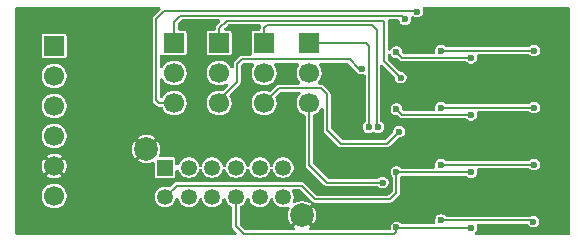
<source format=gbr>
%TF.GenerationSoftware,KiCad,Pcbnew,9.0.6-9.0.6~ubuntu24.04.1*%
%TF.CreationDate,2026-01-17T19:07:13-03:00*%
%TF.ProjectId,cotti_leds,636f7474-695f-46c6-9564-732e6b696361,0.0*%
%TF.SameCoordinates,Original*%
%TF.FileFunction,Copper,L2,Bot*%
%TF.FilePolarity,Positive*%
%FSLAX46Y46*%
G04 Gerber Fmt 4.6, Leading zero omitted, Abs format (unit mm)*
G04 Created by KiCad (PCBNEW 9.0.6-9.0.6~ubuntu24.04.1) date 2026-01-17 19:07:13*
%MOMM*%
%LPD*%
G01*
G04 APERTURE LIST*
%TA.AperFunction,ComponentPad*%
%ADD10R,1.700000X1.700000*%
%TD*%
%TA.AperFunction,ComponentPad*%
%ADD11C,1.700000*%
%TD*%
%TA.AperFunction,ComponentPad*%
%ADD12R,1.350000X1.350000*%
%TD*%
%TA.AperFunction,ComponentPad*%
%ADD13C,1.350000*%
%TD*%
%TA.AperFunction,ComponentPad*%
%ADD14C,2.000000*%
%TD*%
%TA.AperFunction,ViaPad*%
%ADD15C,0.600000*%
%TD*%
%TA.AperFunction,Conductor*%
%ADD16C,0.200000*%
%TD*%
G04 APERTURE END LIST*
D10*
%TO.P,J1,1,IO1*%
%TO.N,/io1*%
X113030000Y-100330000D03*
D11*
%TO.P,J1,2,IO2/PWM*%
%TO.N,/io2*%
X113030000Y-102870000D03*
%TO.P,J1,3,IO3*%
%TO.N,/io3*%
X113030000Y-105410000D03*
%TO.P,J1,4,IO4*%
%TO.N,/io4*%
X113030000Y-107950000D03*
%TO.P,J1,5,GND*%
%TO.N,GND*%
X113030000Y-110490000D03*
%TO.P,J1,6,VCC*%
%TO.N,VCC*%
X113030000Y-113030000D03*
%TD*%
D10*
%TO.P,JP2,1,A*%
%TO.N,/io2_H*%
X127000000Y-100076000D03*
D11*
%TO.P,JP2,2,C*%
%TO.N,/io2*%
X127000000Y-102616000D03*
%TO.P,JP2,3,B*%
%TO.N,/io2_L*%
X127000000Y-105156000D03*
%TD*%
D12*
%TO.P,SW1,1,A*%
%TO.N,/vcc1*%
X122428000Y-110617000D03*
D13*
%TO.P,SW1,2,B*%
%TO.N,VCC*%
X124428000Y-110617000D03*
%TO.P,SW1,3,C*%
%TO.N,Net-(R1-Pad1)*%
X126428000Y-110617000D03*
%TO.P,SW1,4,A*%
%TO.N,/vcc2*%
X128428000Y-110617000D03*
%TO.P,SW1,5,B*%
%TO.N,VCC*%
X130428000Y-110617000D03*
%TO.P,SW1,6,C*%
%TO.N,Net-(R2-Pad1)*%
X132428000Y-110617000D03*
%TO.P,SW1,7,A*%
%TO.N,/vcc3*%
X122428000Y-113117000D03*
%TO.P,SW1,8,B*%
%TO.N,VCC*%
X124428000Y-113117000D03*
%TO.P,SW1,9,C*%
%TO.N,Net-(R3-Pad1)*%
X126428000Y-113117000D03*
%TO.P,SW1,10,A*%
%TO.N,/vcc4*%
X128428000Y-113117000D03*
%TO.P,SW1,11,B*%
%TO.N,VCC*%
X130428000Y-113117000D03*
%TO.P,SW1,12,C*%
%TO.N,Net-(R4-Pad1)*%
X132428000Y-113117000D03*
D14*
%TO.P,SW1,13,GND*%
%TO.N,GND*%
X120828000Y-109067000D03*
%TO.P,SW1,14,GND*%
X134028000Y-114667000D03*
%TD*%
D10*
%TO.P,JP3,1,A*%
%TO.N,/io3_H*%
X130810000Y-100076000D03*
D11*
%TO.P,JP3,2,C*%
%TO.N,/io3*%
X130810000Y-102616000D03*
%TO.P,JP3,3,B*%
%TO.N,/io3_L*%
X130810000Y-105156000D03*
%TD*%
D10*
%TO.P,JP4,1,A*%
%TO.N,/io4_H*%
X134620000Y-100076000D03*
D11*
%TO.P,JP4,2,C*%
%TO.N,/io4*%
X134620000Y-102616000D03*
%TO.P,JP4,3,B*%
%TO.N,/io4_L*%
X134620000Y-105156000D03*
%TD*%
D10*
%TO.P,JP1,1,A*%
%TO.N,/io1_H*%
X123190000Y-100076000D03*
D11*
%TO.P,JP1,2,C*%
%TO.N,/io1*%
X123190000Y-102616000D03*
%TO.P,JP1,3,B*%
%TO.N,/io1_L*%
X123190000Y-105156000D03*
%TD*%
D15*
%TO.N,GND*%
X156210000Y-114300000D03*
X134239000Y-111379000D03*
X156210000Y-109474000D03*
X144780000Y-99568000D03*
X144780000Y-114046000D03*
X144780000Y-104394000D03*
X156210000Y-104648000D03*
X144780000Y-109220000D03*
X138430000Y-107188000D03*
X156210000Y-99822000D03*
X137414000Y-102616000D03*
%TO.N,/io1_H*%
X142748000Y-98044000D03*
%TO.N,/io1_L*%
X143764000Y-97409000D03*
%TO.N,/io2_H*%
X142367000Y-102997000D03*
%TO.N,/io2_L*%
X139055083Y-102234832D03*
%TO.N,/io3_L*%
X142240000Y-107569000D03*
%TO.N,/io3_H*%
X140455000Y-107188000D03*
%TO.N,/io4_L*%
X140843000Y-111887000D03*
%TO.N,/io4_H*%
X139654997Y-107188000D03*
%TO.N,/vcc1*%
X142014000Y-100838000D03*
X148336000Y-101311000D03*
%TO.N,/vcc2*%
X148336000Y-106137000D03*
X142014000Y-105664000D03*
%TO.N,/vcc3*%
X142014000Y-110998000D03*
X148336000Y-110998000D03*
%TO.N,/vcc4*%
X142014000Y-115687108D03*
X148336000Y-115697000D03*
%TO.N,Net-(D1-K)*%
X145796000Y-100711000D03*
X153670000Y-100711000D03*
%TO.N,Net-(D2-K)*%
X153670000Y-105537000D03*
X145796000Y-105537000D03*
%TO.N,Net-(D3-K)*%
X153670000Y-110363000D03*
X145796000Y-110363000D03*
%TO.N,Net-(D4-K)*%
X145796000Y-115062000D03*
X153600000Y-115189000D03*
%TD*%
D16*
%TO.N,/io1_H*%
X123718000Y-97770000D02*
X123190000Y-98298000D01*
X123190000Y-98298000D02*
X123190000Y-100076000D01*
X142474000Y-97770000D02*
X123718000Y-97770000D01*
X142748000Y-98044000D02*
X142474000Y-97770000D01*
%TO.N,/io1_L*%
X122341000Y-97369000D02*
X143724000Y-97369000D01*
X121666000Y-104902000D02*
X121666000Y-98044000D01*
X121666000Y-98044000D02*
X122341000Y-97369000D01*
X121920000Y-105156000D02*
X121666000Y-104902000D01*
X123190000Y-105156000D02*
X121920000Y-105156000D01*
X143724000Y-97369000D02*
X143764000Y-97409000D01*
%TO.N,/io2_H*%
X127635000Y-98171000D02*
X127000000Y-98806000D01*
X140970000Y-101600000D02*
X140970000Y-98298000D01*
X140843000Y-98171000D02*
X127635000Y-98171000D01*
X127000000Y-98806000D02*
X127000000Y-100076000D01*
X140970000Y-98298000D02*
X140843000Y-98171000D01*
X142367000Y-102997000D02*
X140970000Y-101600000D01*
%TO.N,/io2_L*%
X138041000Y-101465000D02*
X138810832Y-102234832D01*
X128524000Y-103378000D02*
X128524000Y-101854000D01*
X127000000Y-105156000D02*
X127000000Y-104902000D01*
X128913000Y-101465000D02*
X138041000Y-101465000D01*
X138810832Y-102234832D02*
X139055083Y-102234832D01*
X128524000Y-101854000D02*
X128913000Y-101465000D01*
X127000000Y-104902000D02*
X128524000Y-103378000D01*
%TO.N,/io3_L*%
X136144000Y-107442000D02*
X136144000Y-104394000D01*
X135636000Y-103886000D02*
X132080000Y-103886000D01*
X141224000Y-108585000D02*
X137287000Y-108585000D01*
X136144000Y-104394000D02*
X135636000Y-103886000D01*
X137287000Y-108585000D02*
X136144000Y-107442000D01*
X142240000Y-107569000D02*
X141224000Y-108585000D01*
X132080000Y-103886000D02*
X130810000Y-105156000D01*
%TO.N,/io3_H*%
X140335000Y-107068000D02*
X140335000Y-98933000D01*
X130810000Y-98826000D02*
X130810000Y-100076000D01*
X139974000Y-98572000D02*
X131064000Y-98572000D01*
X140335000Y-98933000D02*
X139974000Y-98572000D01*
X131064000Y-98572000D02*
X130810000Y-98826000D01*
X140455000Y-107188000D02*
X140335000Y-107068000D01*
%TO.N,/io4_L*%
X137795000Y-111887000D02*
X136144000Y-111887000D01*
X140842000Y-111888000D02*
X137796000Y-111888000D01*
X134620000Y-110363000D02*
X134620000Y-105156000D01*
X137796000Y-111888000D02*
X137795000Y-111887000D01*
X140843000Y-111887000D02*
X140842000Y-111888000D01*
X136144000Y-111887000D02*
X134620000Y-110363000D01*
%TO.N,/io4_H*%
X139654997Y-107188000D02*
X139700000Y-107142997D01*
X139700000Y-107142997D02*
X139700000Y-100330000D01*
X139446000Y-100076000D02*
X134620000Y-100076000D01*
X139700000Y-100330000D02*
X139446000Y-100076000D01*
%TO.N,/vcc1*%
X142488000Y-101312000D02*
X148335000Y-101312000D01*
X142014000Y-100838000D02*
X142488000Y-101312000D01*
X148335000Y-101312000D02*
X148336000Y-101311000D01*
%TO.N,/vcc2*%
X142014000Y-105664000D02*
X142487000Y-106137000D01*
X142487000Y-106137000D02*
X148336000Y-106137000D01*
%TO.N,/vcc3*%
X123404000Y-112141000D02*
X122428000Y-113117000D01*
X142014000Y-112748000D02*
X141478000Y-113284000D01*
X142014000Y-110998000D02*
X142014000Y-112748000D01*
X141478000Y-113284000D02*
X135128000Y-113284000D01*
X135128000Y-113284000D02*
X133985000Y-112141000D01*
X142014000Y-110998000D02*
X148336000Y-110998000D01*
X133985000Y-112141000D02*
X123404000Y-112141000D01*
%TO.N,/vcc4*%
X142014000Y-115687108D02*
X142014000Y-116050000D01*
X148336000Y-115697000D02*
X142023892Y-115697000D01*
X142014000Y-116050000D02*
X141825000Y-116239000D01*
X128428000Y-115601000D02*
X128428000Y-113117000D01*
X142023892Y-115697000D02*
X142014000Y-115687108D01*
X129066000Y-116239000D02*
X128428000Y-115601000D01*
X141825000Y-116239000D02*
X129066000Y-116239000D01*
%TO.N,Net-(D1-K)*%
X145796000Y-100711000D02*
X153670000Y-100711000D01*
%TO.N,Net-(D2-K)*%
X153670000Y-105537000D02*
X145796000Y-105537000D01*
%TO.N,Net-(D3-K)*%
X153670000Y-110363000D02*
X145796000Y-110363000D01*
%TO.N,Net-(D4-K)*%
X153473000Y-115062000D02*
X145796000Y-115062000D01*
X153600000Y-115189000D02*
X153473000Y-115062000D01*
%TD*%
%TA.AperFunction,Conductor*%
%TO.N,GND*%
G36*
X121979311Y-97040462D02*
G01*
X122033849Y-97095000D01*
X122053811Y-97169500D01*
X122033849Y-97244000D01*
X122010170Y-97274859D01*
X121425540Y-97859488D01*
X121385979Y-97928011D01*
X121375251Y-97968049D01*
X121365500Y-98004438D01*
X121365500Y-104941562D01*
X121385979Y-105017989D01*
X121405924Y-105052534D01*
X121422983Y-105082082D01*
X121422983Y-105082083D01*
X121425537Y-105086507D01*
X121425540Y-105086511D01*
X121679540Y-105340511D01*
X121735489Y-105396460D01*
X121804011Y-105436021D01*
X121880438Y-105456500D01*
X122077859Y-105456500D01*
X122152359Y-105476462D01*
X122206897Y-105531000D01*
X122215517Y-105548480D01*
X122259057Y-105653595D01*
X122374022Y-105825654D01*
X122520345Y-105971977D01*
X122692403Y-106086942D01*
X122771591Y-106119742D01*
X122883580Y-106166130D01*
X123086535Y-106206500D01*
X123293465Y-106206500D01*
X123496420Y-106166130D01*
X123664402Y-106096548D01*
X123687596Y-106086942D01*
X123687596Y-106086941D01*
X123687598Y-106086941D01*
X123859655Y-105971977D01*
X124005977Y-105825655D01*
X124120941Y-105653598D01*
X124200130Y-105462420D01*
X124240500Y-105259465D01*
X124240500Y-105052535D01*
X124237310Y-105036500D01*
X124212626Y-104912402D01*
X124200130Y-104849580D01*
X124120943Y-104658406D01*
X124120942Y-104658403D01*
X124005977Y-104486345D01*
X123859654Y-104340022D01*
X123687596Y-104225057D01*
X123513911Y-104153115D01*
X123496420Y-104145870D01*
X123496418Y-104145869D01*
X123496417Y-104145869D01*
X123293465Y-104105500D01*
X123086535Y-104105500D01*
X122883582Y-104145869D01*
X122692403Y-104225057D01*
X122520345Y-104340022D01*
X122374022Y-104486345D01*
X122259058Y-104658402D01*
X122253158Y-104672648D01*
X122206204Y-104733837D01*
X122134947Y-104763352D01*
X122058479Y-104753285D01*
X121997290Y-104706331D01*
X121967775Y-104635074D01*
X121966500Y-104615627D01*
X121966500Y-103156372D01*
X121986462Y-103081872D01*
X122041000Y-103027334D01*
X122115500Y-103007372D01*
X122190000Y-103027334D01*
X122244538Y-103081872D01*
X122253155Y-103099346D01*
X122259058Y-103113596D01*
X122259059Y-103113598D01*
X122374022Y-103285654D01*
X122520345Y-103431977D01*
X122692403Y-103546942D01*
X122771591Y-103579742D01*
X122883580Y-103626130D01*
X123086535Y-103666500D01*
X123293465Y-103666500D01*
X123496420Y-103626130D01*
X123687598Y-103546941D01*
X123859655Y-103431977D01*
X124005977Y-103285655D01*
X124120941Y-103113598D01*
X124200130Y-102922420D01*
X124240500Y-102719465D01*
X124240500Y-102512535D01*
X124237715Y-102498536D01*
X124200130Y-102309582D01*
X124200130Y-102309580D01*
X124126842Y-102132648D01*
X124120942Y-102118403D01*
X124005977Y-101946345D01*
X123859654Y-101800022D01*
X123687596Y-101685057D01*
X123512426Y-101612500D01*
X123496420Y-101605870D01*
X123496418Y-101605869D01*
X123496417Y-101605869D01*
X123293465Y-101565500D01*
X123086535Y-101565500D01*
X122883582Y-101605869D01*
X122692403Y-101685057D01*
X122520345Y-101800022D01*
X122374022Y-101946345D01*
X122259058Y-102118402D01*
X122253158Y-102132648D01*
X122206204Y-102193837D01*
X122134947Y-102223352D01*
X122058479Y-102213285D01*
X121997290Y-102166331D01*
X121967775Y-102095074D01*
X121966500Y-102075627D01*
X121966500Y-101196332D01*
X121986462Y-101121832D01*
X122041000Y-101067294D01*
X122115500Y-101047332D01*
X122190000Y-101067294D01*
X122198254Y-101072427D01*
X122224554Y-101090000D01*
X122261768Y-101114867D01*
X122320252Y-101126500D01*
X124059748Y-101126500D01*
X124118231Y-101114867D01*
X124184552Y-101070552D01*
X124228867Y-101004231D01*
X124240500Y-100945748D01*
X124240500Y-99206252D01*
X124228867Y-99147769D01*
X124184552Y-99081448D01*
X124118231Y-99037133D01*
X124118230Y-99037132D01*
X124059748Y-99025500D01*
X123639500Y-99025500D01*
X123565000Y-99005538D01*
X123510462Y-98951000D01*
X123490500Y-98876500D01*
X123490500Y-98484189D01*
X123510462Y-98409689D01*
X123534141Y-98378830D01*
X123798830Y-98114141D01*
X123865625Y-98075577D01*
X123904189Y-98070500D01*
X126950811Y-98070500D01*
X127025311Y-98090462D01*
X127079849Y-98145000D01*
X127099811Y-98219500D01*
X127079849Y-98294000D01*
X127056170Y-98324859D01*
X126759540Y-98621488D01*
X126719979Y-98690011D01*
X126699500Y-98766437D01*
X126699500Y-98876500D01*
X126679538Y-98951000D01*
X126625000Y-99005538D01*
X126550500Y-99025500D01*
X126130252Y-99025500D01*
X126071769Y-99037132D01*
X126005448Y-99081448D01*
X125961132Y-99147769D01*
X125949500Y-99206251D01*
X125949500Y-100945748D01*
X125961132Y-101004230D01*
X125965990Y-101011500D01*
X126005448Y-101070552D01*
X126071769Y-101114867D01*
X126130252Y-101126500D01*
X127869748Y-101126500D01*
X127928231Y-101114867D01*
X127994552Y-101070552D01*
X128038867Y-101004231D01*
X128050500Y-100945748D01*
X128050500Y-99206252D01*
X128038867Y-99147769D01*
X127994552Y-99081448D01*
X127928231Y-99037133D01*
X127928230Y-99037132D01*
X127869748Y-99025500D01*
X127565189Y-99025500D01*
X127490689Y-99005538D01*
X127436151Y-98951000D01*
X127416189Y-98876500D01*
X127436151Y-98802000D01*
X127459830Y-98771141D01*
X127715830Y-98515141D01*
X127782625Y-98476577D01*
X127821189Y-98471500D01*
X130409608Y-98471500D01*
X130484108Y-98491462D01*
X130538646Y-98546000D01*
X130558608Y-98620500D01*
X130555940Y-98648571D01*
X130551207Y-98673242D01*
X130529979Y-98710011D01*
X130509500Y-98786438D01*
X130509500Y-98890662D01*
X130506832Y-98904571D01*
X130495978Y-98926963D01*
X130489538Y-98951000D01*
X130479428Y-98961109D01*
X130473192Y-98973976D01*
X130452596Y-98987941D01*
X130435000Y-99005538D01*
X130421188Y-99009238D01*
X130409356Y-99017262D01*
X130384538Y-99019058D01*
X130360500Y-99025500D01*
X129940252Y-99025500D01*
X129881769Y-99037132D01*
X129815448Y-99081448D01*
X129771132Y-99147769D01*
X129759500Y-99206251D01*
X129759500Y-100945749D01*
X129767592Y-100986433D01*
X129762547Y-101063396D01*
X129719696Y-101127525D01*
X129650522Y-101161637D01*
X129621455Y-101164500D01*
X128873437Y-101164500D01*
X128797009Y-101184979D01*
X128751584Y-101211206D01*
X128751583Y-101211205D01*
X128728489Y-101224539D01*
X128283540Y-101669488D01*
X128243979Y-101738011D01*
X128223500Y-101814437D01*
X128223500Y-102075627D01*
X128203538Y-102150127D01*
X128149000Y-102204665D01*
X128074500Y-102224627D01*
X128000000Y-102204665D01*
X127945462Y-102150127D01*
X127936842Y-102132648D01*
X127930941Y-102118402D01*
X127815977Y-101946345D01*
X127669654Y-101800022D01*
X127497596Y-101685057D01*
X127322426Y-101612500D01*
X127306420Y-101605870D01*
X127306418Y-101605869D01*
X127306417Y-101605869D01*
X127103465Y-101565500D01*
X126896535Y-101565500D01*
X126693582Y-101605869D01*
X126502403Y-101685057D01*
X126330345Y-101800022D01*
X126184022Y-101946345D01*
X126069057Y-102118403D01*
X125989869Y-102309582D01*
X125949500Y-102512534D01*
X125949500Y-102719465D01*
X125989869Y-102922417D01*
X126069057Y-103113596D01*
X126184022Y-103285654D01*
X126330345Y-103431977D01*
X126502403Y-103546942D01*
X126581591Y-103579742D01*
X126693580Y-103626130D01*
X126896535Y-103666500D01*
X127103465Y-103666500D01*
X127306420Y-103626130D01*
X127497598Y-103546941D01*
X127543114Y-103516528D01*
X127616144Y-103491737D01*
X127691790Y-103506783D01*
X127749779Y-103557636D01*
X127774572Y-103630671D01*
X127759526Y-103706317D01*
X127731250Y-103745777D01*
X127383368Y-104093659D01*
X127316573Y-104132223D01*
X127248941Y-104134436D01*
X127103465Y-104105500D01*
X126896535Y-104105500D01*
X126693582Y-104145869D01*
X126502403Y-104225057D01*
X126330345Y-104340022D01*
X126184022Y-104486345D01*
X126069057Y-104658403D01*
X125989869Y-104849582D01*
X125949500Y-105052534D01*
X125949500Y-105259465D01*
X125984618Y-105436020D01*
X125989870Y-105462420D01*
X126003455Y-105495219D01*
X126069057Y-105653596D01*
X126184022Y-105825654D01*
X126330345Y-105971977D01*
X126502403Y-106086942D01*
X126581591Y-106119742D01*
X126693580Y-106166130D01*
X126896535Y-106206500D01*
X127103465Y-106206500D01*
X127306420Y-106166130D01*
X127474402Y-106096548D01*
X127497596Y-106086942D01*
X127497596Y-106086941D01*
X127497598Y-106086941D01*
X127669655Y-105971977D01*
X127815977Y-105825655D01*
X127930941Y-105653598D01*
X128010130Y-105462420D01*
X128050500Y-105259465D01*
X128050500Y-105052535D01*
X128047310Y-105036500D01*
X128022626Y-104912402D01*
X128010130Y-104849580D01*
X127930941Y-104658402D01*
X127902360Y-104615627D01*
X127893785Y-104602793D01*
X127868993Y-104529758D01*
X127884040Y-104454112D01*
X127912312Y-104414657D01*
X128764460Y-103562511D01*
X128773449Y-103546942D01*
X128780295Y-103535085D01*
X128801994Y-103497500D01*
X128804021Y-103493989D01*
X128824500Y-103417562D01*
X128824500Y-102040189D01*
X128829577Y-102021241D01*
X128829577Y-102001625D01*
X128839384Y-101984637D01*
X128844462Y-101965689D01*
X128868141Y-101934830D01*
X128993830Y-101809141D01*
X129060625Y-101770577D01*
X129099189Y-101765500D01*
X129836101Y-101765500D01*
X129910601Y-101785462D01*
X129965139Y-101840000D01*
X129985101Y-101914500D01*
X129965139Y-101989000D01*
X129959995Y-101997270D01*
X129939940Y-102027285D01*
X129879057Y-102118403D01*
X129799869Y-102309582D01*
X129759500Y-102512534D01*
X129759500Y-102719465D01*
X129799869Y-102922417D01*
X129879057Y-103113596D01*
X129994022Y-103285654D01*
X130140345Y-103431977D01*
X130312403Y-103546942D01*
X130391591Y-103579742D01*
X130503580Y-103626130D01*
X130706535Y-103666500D01*
X130913465Y-103666500D01*
X131116420Y-103626130D01*
X131307598Y-103546941D01*
X131479655Y-103431977D01*
X131625977Y-103285655D01*
X131740941Y-103113598D01*
X131820130Y-102922420D01*
X131860500Y-102719465D01*
X131860500Y-102512535D01*
X131857715Y-102498536D01*
X131820130Y-102309582D01*
X131820130Y-102309580D01*
X131746842Y-102132648D01*
X131740942Y-102118403D01*
X131688681Y-102040189D01*
X131660009Y-101997278D01*
X131635218Y-101924245D01*
X131650265Y-101848599D01*
X131701119Y-101790611D01*
X131774154Y-101765819D01*
X131783899Y-101765500D01*
X133646101Y-101765500D01*
X133720601Y-101785462D01*
X133775139Y-101840000D01*
X133795101Y-101914500D01*
X133775139Y-101989000D01*
X133769995Y-101997270D01*
X133749940Y-102027285D01*
X133689057Y-102118403D01*
X133609869Y-102309582D01*
X133569500Y-102512534D01*
X133569500Y-102719465D01*
X133609869Y-102922417D01*
X133689057Y-103113596D01*
X133804022Y-103285654D01*
X133849509Y-103331141D01*
X133888073Y-103397936D01*
X133888073Y-103475064D01*
X133849509Y-103541859D01*
X133782714Y-103580423D01*
X133744150Y-103585500D01*
X132040437Y-103585500D01*
X131964011Y-103605979D01*
X131895488Y-103645540D01*
X131383916Y-104157112D01*
X131317121Y-104195676D01*
X131239993Y-104195676D01*
X131221537Y-104189411D01*
X131143560Y-104157112D01*
X131116420Y-104145870D01*
X131116418Y-104145869D01*
X131116417Y-104145869D01*
X130913465Y-104105500D01*
X130706535Y-104105500D01*
X130503582Y-104145869D01*
X130312403Y-104225057D01*
X130140345Y-104340022D01*
X129994022Y-104486345D01*
X129879057Y-104658403D01*
X129799869Y-104849582D01*
X129759500Y-105052534D01*
X129759500Y-105259465D01*
X129794618Y-105436020D01*
X129799870Y-105462420D01*
X129813455Y-105495219D01*
X129879057Y-105653596D01*
X129994022Y-105825654D01*
X130140345Y-105971977D01*
X130312403Y-106086942D01*
X130391591Y-106119742D01*
X130503580Y-106166130D01*
X130706535Y-106206500D01*
X130913465Y-106206500D01*
X131116420Y-106166130D01*
X131284402Y-106096548D01*
X131307596Y-106086942D01*
X131307596Y-106086941D01*
X131307598Y-106086941D01*
X131479655Y-105971977D01*
X131625977Y-105825655D01*
X131740941Y-105653598D01*
X131820130Y-105462420D01*
X131860500Y-105259465D01*
X131860500Y-105052535D01*
X131857310Y-105036500D01*
X131832626Y-104912402D01*
X131820130Y-104849580D01*
X131776587Y-104744460D01*
X131766521Y-104667993D01*
X131796036Y-104596736D01*
X131808878Y-104582091D01*
X132160830Y-104230141D01*
X132227625Y-104191577D01*
X132266189Y-104186500D01*
X133744150Y-104186500D01*
X133818650Y-104206462D01*
X133873188Y-104261000D01*
X133893150Y-104335500D01*
X133873188Y-104410000D01*
X133849509Y-104440859D01*
X133804026Y-104486341D01*
X133804022Y-104486345D01*
X133689057Y-104658403D01*
X133609869Y-104849582D01*
X133569500Y-105052534D01*
X133569500Y-105259465D01*
X133604618Y-105436020D01*
X133609870Y-105462420D01*
X133623455Y-105495219D01*
X133689057Y-105653596D01*
X133804022Y-105825654D01*
X133950345Y-105971977D01*
X134122405Y-106086943D01*
X134210072Y-106123255D01*
X134227301Y-106130392D01*
X134227519Y-106130482D01*
X134288709Y-106177434D01*
X134318225Y-106248691D01*
X134319500Y-106268140D01*
X134319500Y-110402562D01*
X134339979Y-110478989D01*
X134379540Y-110547511D01*
X135903540Y-112071511D01*
X135959489Y-112127460D01*
X136028011Y-112167021D01*
X136104438Y-112187500D01*
X136183562Y-112187500D01*
X137739075Y-112187500D01*
X137754338Y-112188500D01*
X137756438Y-112188500D01*
X137835562Y-112188500D01*
X140374968Y-112188500D01*
X140449468Y-112208462D01*
X140480326Y-112232140D01*
X140535686Y-112287500D01*
X140649814Y-112353392D01*
X140777108Y-112387500D01*
X140908892Y-112387500D01*
X141036186Y-112353392D01*
X141150314Y-112287500D01*
X141243500Y-112194314D01*
X141309392Y-112080186D01*
X141343500Y-111952892D01*
X141343500Y-111821108D01*
X141309392Y-111693814D01*
X141259360Y-111607157D01*
X141243502Y-111579689D01*
X141243501Y-111579688D01*
X141243500Y-111579686D01*
X141150314Y-111486500D01*
X141150311Y-111486498D01*
X141150310Y-111486497D01*
X141079514Y-111445623D01*
X141036186Y-111420608D01*
X140908892Y-111386500D01*
X140777108Y-111386500D01*
X140649814Y-111420608D01*
X140649812Y-111420608D01*
X140649812Y-111420609D01*
X140535689Y-111486497D01*
X140478326Y-111543860D01*
X140411531Y-111582423D01*
X140372968Y-111587500D01*
X137851925Y-111587500D01*
X137836662Y-111586500D01*
X137834562Y-111586500D01*
X136330189Y-111586500D01*
X136255689Y-111566538D01*
X136224830Y-111542859D01*
X134964141Y-110282170D01*
X134925577Y-110215375D01*
X134920500Y-110176811D01*
X134920500Y-106268140D01*
X134940462Y-106193640D01*
X134995000Y-106139102D01*
X135012481Y-106130482D01*
X135012699Y-106130392D01*
X135044560Y-106117194D01*
X135117594Y-106086943D01*
X135117595Y-106086942D01*
X135117598Y-106086941D01*
X135289655Y-105971977D01*
X135435977Y-105825655D01*
X135550941Y-105653598D01*
X135556842Y-105639351D01*
X135603794Y-105578163D01*
X135675050Y-105548647D01*
X135751519Y-105558713D01*
X135812709Y-105605666D01*
X135842225Y-105676922D01*
X135843500Y-105696372D01*
X135843500Y-107481562D01*
X135863979Y-107557990D01*
X135881594Y-107588500D01*
X135893177Y-107608562D01*
X135903540Y-107626511D01*
X137046540Y-108769511D01*
X137102489Y-108825460D01*
X137171011Y-108865021D01*
X137247438Y-108885500D01*
X137247443Y-108885500D01*
X141263557Y-108885500D01*
X141263562Y-108885500D01*
X141339989Y-108865021D01*
X141408511Y-108825460D01*
X141464460Y-108769511D01*
X142120829Y-108113140D01*
X142187624Y-108074577D01*
X142226188Y-108069500D01*
X142305892Y-108069500D01*
X142433186Y-108035392D01*
X142547314Y-107969500D01*
X142640500Y-107876314D01*
X142706392Y-107762186D01*
X142740500Y-107634892D01*
X142740500Y-107503108D01*
X142706392Y-107375814D01*
X142640500Y-107261686D01*
X142547314Y-107168500D01*
X142547311Y-107168498D01*
X142547310Y-107168497D01*
X142466957Y-107122106D01*
X142433186Y-107102608D01*
X142305892Y-107068500D01*
X142174108Y-107068500D01*
X142046814Y-107102608D01*
X142046812Y-107102608D01*
X142046812Y-107102609D01*
X141932689Y-107168497D01*
X141839497Y-107261689D01*
X141773609Y-107375812D01*
X141773608Y-107375814D01*
X141757778Y-107434890D01*
X141739500Y-107503106D01*
X141739500Y-107582810D01*
X141719538Y-107657310D01*
X141695859Y-107688169D01*
X141143170Y-108240859D01*
X141076375Y-108279423D01*
X141037811Y-108284500D01*
X137473189Y-108284500D01*
X137398689Y-108264538D01*
X137367830Y-108240859D01*
X136488141Y-107361170D01*
X136449577Y-107294375D01*
X136444500Y-107255811D01*
X136444500Y-104354442D01*
X136444500Y-104354438D01*
X136424021Y-104278011D01*
X136384460Y-104209489D01*
X136328511Y-104153540D01*
X135820511Y-103645540D01*
X135751989Y-103605979D01*
X135675562Y-103585500D01*
X135495850Y-103585500D01*
X135421350Y-103565538D01*
X135366812Y-103511000D01*
X135346850Y-103436500D01*
X135366812Y-103362000D01*
X135390491Y-103331141D01*
X135435977Y-103285655D01*
X135550941Y-103113598D01*
X135630130Y-102922420D01*
X135670500Y-102719465D01*
X135670500Y-102512535D01*
X135667715Y-102498536D01*
X135630130Y-102309582D01*
X135630130Y-102309580D01*
X135556842Y-102132648D01*
X135550942Y-102118403D01*
X135498681Y-102040189D01*
X135470009Y-101997278D01*
X135445218Y-101924245D01*
X135460265Y-101848599D01*
X135511119Y-101790611D01*
X135584154Y-101765819D01*
X135593899Y-101765500D01*
X137854811Y-101765500D01*
X137929311Y-101785462D01*
X137960170Y-101809141D01*
X138587994Y-102436965D01*
X138611673Y-102467824D01*
X138654580Y-102542142D01*
X138654581Y-102542143D01*
X138654583Y-102542146D01*
X138747769Y-102635332D01*
X138861897Y-102701224D01*
X138989191Y-102735332D01*
X139120975Y-102735332D01*
X139211937Y-102710959D01*
X139289063Y-102710959D01*
X139355858Y-102749523D01*
X139394423Y-102816317D01*
X139399500Y-102854882D01*
X139399500Y-106674261D01*
X139379538Y-106748761D01*
X139353010Y-106779016D01*
X139354589Y-106780595D01*
X139347685Y-106787498D01*
X139347683Y-106787500D01*
X139275494Y-106859689D01*
X139254495Y-106880688D01*
X139254494Y-106880689D01*
X139188606Y-106994812D01*
X139154497Y-107122106D01*
X139154497Y-107122108D01*
X139154497Y-107253892D01*
X139188605Y-107381186D01*
X139188606Y-107381187D01*
X139254494Y-107495310D01*
X139254495Y-107495311D01*
X139254497Y-107495314D01*
X139347683Y-107588500D01*
X139461811Y-107654392D01*
X139589105Y-107688500D01*
X139720889Y-107688500D01*
X139848183Y-107654392D01*
X139962311Y-107588500D01*
X139962317Y-107588493D01*
X139964280Y-107586988D01*
X139966582Y-107586033D01*
X139970769Y-107583617D01*
X139971086Y-107584167D01*
X140035534Y-107557465D01*
X140112003Y-107567524D01*
X140145710Y-107586984D01*
X140147684Y-107588499D01*
X140147686Y-107588500D01*
X140261814Y-107654392D01*
X140389108Y-107688500D01*
X140520892Y-107688500D01*
X140648186Y-107654392D01*
X140762314Y-107588500D01*
X140855500Y-107495314D01*
X140921392Y-107381186D01*
X140955500Y-107253892D01*
X140955500Y-107122108D01*
X140921392Y-106994814D01*
X140855500Y-106880686D01*
X140762314Y-106787500D01*
X140762311Y-106787498D01*
X140762310Y-106787497D01*
X140710000Y-106757296D01*
X140655462Y-106702758D01*
X140635500Y-106628258D01*
X140635500Y-105598106D01*
X141513500Y-105598106D01*
X141513500Y-105598108D01*
X141513500Y-105729892D01*
X141547608Y-105857186D01*
X141572623Y-105900514D01*
X141613497Y-105971310D01*
X141613498Y-105971311D01*
X141613500Y-105971314D01*
X141706686Y-106064500D01*
X141820814Y-106130392D01*
X141948108Y-106164500D01*
X142027811Y-106164500D01*
X142102311Y-106184462D01*
X142133170Y-106208141D01*
X142246540Y-106321511D01*
X142302489Y-106377460D01*
X142371011Y-106417021D01*
X142447438Y-106437500D01*
X147866968Y-106437500D01*
X147941468Y-106457462D01*
X147972326Y-106481140D01*
X148028686Y-106537500D01*
X148142814Y-106603392D01*
X148270108Y-106637500D01*
X148401892Y-106637500D01*
X148529186Y-106603392D01*
X148643314Y-106537500D01*
X148736500Y-106444314D01*
X148802392Y-106330186D01*
X148836500Y-106202892D01*
X148836500Y-106071108D01*
X148834730Y-106064502D01*
X148824163Y-106025064D01*
X148824163Y-105947936D01*
X148862727Y-105881141D01*
X148929522Y-105842577D01*
X148968086Y-105837500D01*
X153200968Y-105837500D01*
X153275468Y-105857462D01*
X153306326Y-105881140D01*
X153362686Y-105937500D01*
X153362688Y-105937501D01*
X153362689Y-105937502D01*
X153390157Y-105953360D01*
X153476814Y-106003392D01*
X153604108Y-106037500D01*
X153735892Y-106037500D01*
X153863186Y-106003392D01*
X153977314Y-105937500D01*
X154070500Y-105844314D01*
X154136392Y-105730186D01*
X154170500Y-105602892D01*
X154170500Y-105471108D01*
X154136392Y-105343814D01*
X154070500Y-105229686D01*
X153977314Y-105136500D01*
X153977311Y-105136498D01*
X153977310Y-105136497D01*
X153906514Y-105095623D01*
X153863186Y-105070608D01*
X153735892Y-105036500D01*
X153604108Y-105036500D01*
X153476814Y-105070608D01*
X153476812Y-105070608D01*
X153476812Y-105070609D01*
X153362689Y-105136497D01*
X153306326Y-105192860D01*
X153239531Y-105231423D01*
X153200968Y-105236500D01*
X146265032Y-105236500D01*
X146190532Y-105216538D01*
X146159674Y-105192860D01*
X146103314Y-105136500D01*
X146103311Y-105136498D01*
X146103310Y-105136497D01*
X146032514Y-105095623D01*
X145989186Y-105070608D01*
X145861892Y-105036500D01*
X145730108Y-105036500D01*
X145602814Y-105070608D01*
X145602812Y-105070608D01*
X145602812Y-105070609D01*
X145488689Y-105136497D01*
X145395497Y-105229689D01*
X145351131Y-105306535D01*
X145329608Y-105343814D01*
X145315502Y-105396459D01*
X145295500Y-105471106D01*
X145295500Y-105602895D01*
X145307837Y-105648936D01*
X145307837Y-105726064D01*
X145269273Y-105792859D01*
X145202478Y-105831423D01*
X145163914Y-105836500D01*
X142673189Y-105836500D01*
X142654241Y-105831423D01*
X142634625Y-105831423D01*
X142617637Y-105821615D01*
X142598689Y-105816538D01*
X142567830Y-105792859D01*
X142558141Y-105783170D01*
X142519577Y-105716375D01*
X142514500Y-105677811D01*
X142514500Y-105598108D01*
X142514499Y-105598106D01*
X142480392Y-105470814D01*
X142414500Y-105356686D01*
X142321314Y-105263500D01*
X142321311Y-105263498D01*
X142321310Y-105263497D01*
X142250514Y-105222623D01*
X142207186Y-105197608D01*
X142079892Y-105163500D01*
X141948108Y-105163500D01*
X141820814Y-105197608D01*
X141820812Y-105197608D01*
X141820812Y-105197609D01*
X141706689Y-105263497D01*
X141613497Y-105356689D01*
X141555872Y-105456500D01*
X141547608Y-105470814D01*
X141546095Y-105476462D01*
X141513500Y-105598106D01*
X140635500Y-105598106D01*
X140635500Y-102050189D01*
X140655462Y-101975689D01*
X140710000Y-101921151D01*
X140784500Y-101901189D01*
X140859000Y-101921151D01*
X140889859Y-101944830D01*
X141822859Y-102877830D01*
X141861423Y-102944625D01*
X141866500Y-102983189D01*
X141866500Y-103062892D01*
X141900608Y-103190186D01*
X141900609Y-103190187D01*
X141966497Y-103304310D01*
X141966498Y-103304311D01*
X141966500Y-103304314D01*
X142059686Y-103397500D01*
X142173814Y-103463392D01*
X142301108Y-103497500D01*
X142432892Y-103497500D01*
X142560186Y-103463392D01*
X142674314Y-103397500D01*
X142767500Y-103304314D01*
X142833392Y-103190186D01*
X142867500Y-103062892D01*
X142867500Y-102931108D01*
X142833392Y-102803814D01*
X142779782Y-102710959D01*
X142767502Y-102689689D01*
X142767501Y-102689688D01*
X142767500Y-102689686D01*
X142674314Y-102596500D01*
X142674311Y-102596498D01*
X142674310Y-102596497D01*
X142580163Y-102542142D01*
X142560186Y-102530608D01*
X142432892Y-102496500D01*
X142353189Y-102496500D01*
X142278689Y-102476538D01*
X142247830Y-102452859D01*
X141314141Y-101519170D01*
X141275577Y-101452375D01*
X141270500Y-101413811D01*
X141270500Y-101107296D01*
X141290462Y-101032796D01*
X141345000Y-100978258D01*
X141419500Y-100958296D01*
X141494000Y-100978258D01*
X141548536Y-101032794D01*
X141570336Y-101070552D01*
X141613497Y-101145310D01*
X141613498Y-101145311D01*
X141613500Y-101145314D01*
X141706686Y-101238500D01*
X141820814Y-101304392D01*
X141948108Y-101338500D01*
X142027811Y-101338500D01*
X142102311Y-101358462D01*
X142133170Y-101382141D01*
X142247540Y-101496511D01*
X142303489Y-101552460D01*
X142372011Y-101592021D01*
X142448438Y-101612500D01*
X142527562Y-101612500D01*
X147867968Y-101612500D01*
X147942468Y-101632462D01*
X147973326Y-101656140D01*
X148028686Y-101711500D01*
X148142814Y-101777392D01*
X148270108Y-101811500D01*
X148401892Y-101811500D01*
X148529186Y-101777392D01*
X148643314Y-101711500D01*
X148736500Y-101618314D01*
X148802392Y-101504186D01*
X148836500Y-101376892D01*
X148836500Y-101245108D01*
X148834730Y-101238502D01*
X148824163Y-101199064D01*
X148824163Y-101121936D01*
X148862727Y-101055141D01*
X148929522Y-101016577D01*
X148968086Y-101011500D01*
X153200968Y-101011500D01*
X153275468Y-101031462D01*
X153306326Y-101055140D01*
X153362686Y-101111500D01*
X153362688Y-101111501D01*
X153362689Y-101111502D01*
X153388667Y-101126500D01*
X153476814Y-101177392D01*
X153604108Y-101211500D01*
X153735892Y-101211500D01*
X153863186Y-101177392D01*
X153977314Y-101111500D01*
X154070500Y-101018314D01*
X154136392Y-100904186D01*
X154170500Y-100776892D01*
X154170500Y-100645108D01*
X154136392Y-100517814D01*
X154070500Y-100403686D01*
X153977314Y-100310500D01*
X153977311Y-100310498D01*
X153977310Y-100310497D01*
X153906514Y-100269623D01*
X153863186Y-100244608D01*
X153735892Y-100210500D01*
X153604108Y-100210500D01*
X153476814Y-100244608D01*
X153476812Y-100244608D01*
X153476812Y-100244609D01*
X153362689Y-100310497D01*
X153306326Y-100366860D01*
X153239531Y-100405423D01*
X153200968Y-100410500D01*
X146265032Y-100410500D01*
X146190532Y-100390538D01*
X146159674Y-100366860D01*
X146103314Y-100310500D01*
X146103311Y-100310498D01*
X146103310Y-100310497D01*
X146032514Y-100269623D01*
X145989186Y-100244608D01*
X145861892Y-100210500D01*
X145730108Y-100210500D01*
X145602814Y-100244608D01*
X145602812Y-100244608D01*
X145602812Y-100244609D01*
X145488689Y-100310497D01*
X145395497Y-100403689D01*
X145329609Y-100517812D01*
X145329608Y-100517814D01*
X145313778Y-100576890D01*
X145295500Y-100645106D01*
X145295500Y-100776895D01*
X145308105Y-100823936D01*
X145308105Y-100901064D01*
X145269541Y-100967859D01*
X145202746Y-101006423D01*
X145164182Y-101011500D01*
X142674189Y-101011500D01*
X142655241Y-101006423D01*
X142635625Y-101006423D01*
X142618637Y-100996615D01*
X142599689Y-100991538D01*
X142568830Y-100967859D01*
X142558141Y-100957170D01*
X142519577Y-100890375D01*
X142514500Y-100851811D01*
X142514500Y-100772108D01*
X142514499Y-100772106D01*
X142480392Y-100644814D01*
X142414500Y-100530686D01*
X142321314Y-100437500D01*
X142321311Y-100437498D01*
X142321310Y-100437497D01*
X142250234Y-100396462D01*
X142207186Y-100371608D01*
X142079892Y-100337500D01*
X141948108Y-100337500D01*
X141820814Y-100371608D01*
X141820812Y-100371608D01*
X141820812Y-100371609D01*
X141706689Y-100437497D01*
X141613497Y-100530689D01*
X141548538Y-100643203D01*
X141494000Y-100697741D01*
X141419500Y-100717703D01*
X141345000Y-100697741D01*
X141290462Y-100643203D01*
X141270500Y-100568703D01*
X141270500Y-98258442D01*
X141270500Y-98258438D01*
X141270399Y-98258064D01*
X141270399Y-98257683D01*
X141269225Y-98248760D01*
X141270399Y-98248605D01*
X141270398Y-98180939D01*
X141308961Y-98114143D01*
X141375755Y-98075578D01*
X141414322Y-98070500D01*
X142122613Y-98070500D01*
X142197113Y-98090462D01*
X142251651Y-98145000D01*
X142266535Y-98180933D01*
X142281608Y-98237186D01*
X142293878Y-98258438D01*
X142347497Y-98351310D01*
X142347498Y-98351311D01*
X142347500Y-98351314D01*
X142440686Y-98444500D01*
X142554814Y-98510392D01*
X142682108Y-98544500D01*
X142813892Y-98544500D01*
X142941186Y-98510392D01*
X143055314Y-98444500D01*
X143148500Y-98351314D01*
X143214392Y-98237186D01*
X143248500Y-98109892D01*
X143248500Y-97978108D01*
X143247225Y-97968422D01*
X143250055Y-97968049D01*
X143250054Y-97906785D01*
X143288617Y-97839989D01*
X143355411Y-97801424D01*
X143432539Y-97801422D01*
X143468477Y-97816307D01*
X143570814Y-97875392D01*
X143698108Y-97909500D01*
X143829892Y-97909500D01*
X143957186Y-97875392D01*
X144071314Y-97809500D01*
X144164500Y-97716314D01*
X144230392Y-97602186D01*
X144264500Y-97474892D01*
X144264500Y-97343108D01*
X144230392Y-97215814D01*
X144230390Y-97215811D01*
X144228315Y-97208065D01*
X144228315Y-97188447D01*
X144223238Y-97169500D01*
X144228315Y-97150552D01*
X144228315Y-97130936D01*
X144238122Y-97113948D01*
X144243200Y-97095000D01*
X144257071Y-97081128D01*
X144266879Y-97064141D01*
X144283867Y-97054332D01*
X144297738Y-97040462D01*
X144316684Y-97035385D01*
X144333673Y-97025577D01*
X144372238Y-97020500D01*
X144600929Y-97020500D01*
X156569095Y-97027907D01*
X156643580Y-97047915D01*
X156698084Y-97102487D01*
X156718000Y-97176907D01*
X156718000Y-116182907D01*
X156698038Y-116257407D01*
X156643500Y-116311945D01*
X156569000Y-116331907D01*
X156568908Y-116331907D01*
X148773356Y-116327082D01*
X148698868Y-116307074D01*
X148644364Y-116252502D01*
X148624448Y-116177990D01*
X148644456Y-116103502D01*
X148668083Y-116072730D01*
X148736500Y-116004314D01*
X148802392Y-115890186D01*
X148836500Y-115762892D01*
X148836500Y-115631108D01*
X148814784Y-115550062D01*
X148814784Y-115472937D01*
X148853347Y-115406142D01*
X148920142Y-115367577D01*
X148958707Y-115362500D01*
X153036217Y-115362500D01*
X153110717Y-115382462D01*
X153165255Y-115437000D01*
X153199497Y-115496310D01*
X153199498Y-115496311D01*
X153199500Y-115496314D01*
X153292686Y-115589500D01*
X153406814Y-115655392D01*
X153534108Y-115689500D01*
X153665892Y-115689500D01*
X153793186Y-115655392D01*
X153907314Y-115589500D01*
X154000500Y-115496314D01*
X154066392Y-115382186D01*
X154100500Y-115254892D01*
X154100500Y-115123108D01*
X154066392Y-114995814D01*
X154000500Y-114881686D01*
X153907314Y-114788500D01*
X153907311Y-114788498D01*
X153907310Y-114788497D01*
X153836514Y-114747623D01*
X153793186Y-114722608D01*
X153665892Y-114688500D01*
X153534108Y-114688500D01*
X153406810Y-114722609D01*
X153374025Y-114741538D01*
X153299526Y-114761500D01*
X146265032Y-114761500D01*
X146190532Y-114741538D01*
X146159674Y-114717860D01*
X146103314Y-114661500D01*
X146103311Y-114661498D01*
X146103310Y-114661497D01*
X146032514Y-114620623D01*
X145989186Y-114595608D01*
X145861892Y-114561500D01*
X145730108Y-114561500D01*
X145602814Y-114595608D01*
X145602812Y-114595608D01*
X145602812Y-114595609D01*
X145488689Y-114661497D01*
X145395497Y-114754689D01*
X145329609Y-114868812D01*
X145329608Y-114868814D01*
X145325066Y-114885767D01*
X145295500Y-114996106D01*
X145295500Y-114996108D01*
X145295500Y-115127892D01*
X145317216Y-115208937D01*
X145317216Y-115286063D01*
X145278653Y-115352858D01*
X145211858Y-115391423D01*
X145173293Y-115396500D01*
X142492924Y-115396500D01*
X142418424Y-115376538D01*
X142387566Y-115352860D01*
X142366347Y-115331641D01*
X142321314Y-115286608D01*
X142321311Y-115286606D01*
X142321310Y-115286605D01*
X142250514Y-115245731D01*
X142207186Y-115220716D01*
X142079892Y-115186608D01*
X141948108Y-115186608D01*
X141820814Y-115220716D01*
X141820812Y-115220716D01*
X141820812Y-115220717D01*
X141706689Y-115286605D01*
X141613497Y-115379797D01*
X141557650Y-115476529D01*
X141547608Y-115493922D01*
X141540575Y-115520170D01*
X141513500Y-115621214D01*
X141513500Y-115752999D01*
X141514775Y-115762686D01*
X141512945Y-115762926D01*
X141512949Y-115828055D01*
X141474389Y-115894852D01*
X141407597Y-115933421D01*
X141369024Y-115938500D01*
X134778068Y-115938500D01*
X134703568Y-115918538D01*
X134649030Y-115864000D01*
X134629068Y-115789500D01*
X134649030Y-115715000D01*
X134690488Y-115668957D01*
X134764239Y-115615373D01*
X134764239Y-115615371D01*
X134441555Y-115292687D01*
X134506097Y-115249563D01*
X134610563Y-115145097D01*
X134653687Y-115080555D01*
X134976371Y-115403239D01*
X134976373Y-115403239D01*
X135054325Y-115295947D01*
X135054330Y-115295938D01*
X135140083Y-115127642D01*
X135198450Y-114948006D01*
X135198451Y-114948006D01*
X135228000Y-114761438D01*
X135228000Y-114572561D01*
X135198451Y-114385993D01*
X135140083Y-114206357D01*
X135054330Y-114038061D01*
X134976372Y-113930759D01*
X134976371Y-113930759D01*
X134653687Y-114253443D01*
X134610563Y-114188903D01*
X134506097Y-114084437D01*
X134441554Y-114041311D01*
X134764239Y-113718626D01*
X134761918Y-113689131D01*
X134773359Y-113627402D01*
X134746095Y-113643143D01*
X134668967Y-113643143D01*
X134639886Y-113631980D01*
X134488642Y-113554916D01*
X134309006Y-113496549D01*
X134309006Y-113496548D01*
X134122438Y-113467000D01*
X133933562Y-113467000D01*
X133746993Y-113496548D01*
X133746993Y-113496549D01*
X133567357Y-113554916D01*
X133454292Y-113612527D01*
X133378849Y-113628563D01*
X133305496Y-113604729D01*
X133253887Y-113547412D01*
X133237851Y-113471969D01*
X133248987Y-113422752D01*
X133269855Y-113372374D01*
X133303500Y-113203229D01*
X133303500Y-113030771D01*
X133295622Y-112991168D01*
X133292285Y-112974389D01*
X133269855Y-112861626D01*
X133203858Y-112702295D01*
X133184470Y-112673279D01*
X133159679Y-112600246D01*
X133174726Y-112524600D01*
X133225579Y-112466611D01*
X133298614Y-112441819D01*
X133308360Y-112441500D01*
X133798811Y-112441500D01*
X133873311Y-112461462D01*
X133904170Y-112485141D01*
X134812890Y-113393861D01*
X134851454Y-113460656D01*
X134851454Y-113537784D01*
X134845742Y-113547676D01*
X134898768Y-113528899D01*
X134974605Y-113542955D01*
X134984956Y-113548401D01*
X135012011Y-113564021D01*
X135088438Y-113584500D01*
X135088443Y-113584500D01*
X141517557Y-113584500D01*
X141517562Y-113584500D01*
X141593989Y-113564021D01*
X141662511Y-113524460D01*
X141718460Y-113468511D01*
X142254460Y-112932511D01*
X142257910Y-112926535D01*
X142294021Y-112863989D01*
X142314500Y-112787562D01*
X142314500Y-111467031D01*
X142319577Y-111448084D01*
X142319577Y-111428468D01*
X142329384Y-111411480D01*
X142334462Y-111392532D01*
X142358141Y-111361673D01*
X142377673Y-111342141D01*
X142444468Y-111303577D01*
X142483032Y-111298500D01*
X147866968Y-111298500D01*
X147941468Y-111318462D01*
X147972326Y-111342140D01*
X148028686Y-111398500D01*
X148142814Y-111464392D01*
X148270108Y-111498500D01*
X148401892Y-111498500D01*
X148529186Y-111464392D01*
X148643314Y-111398500D01*
X148736500Y-111305314D01*
X148802392Y-111191186D01*
X148836500Y-111063892D01*
X148836500Y-110932108D01*
X148814784Y-110851062D01*
X148814784Y-110773937D01*
X148853347Y-110707142D01*
X148920142Y-110668577D01*
X148958707Y-110663500D01*
X153200968Y-110663500D01*
X153275468Y-110683462D01*
X153306326Y-110707140D01*
X153362686Y-110763500D01*
X153476814Y-110829392D01*
X153604108Y-110863500D01*
X153735892Y-110863500D01*
X153863186Y-110829392D01*
X153977314Y-110763500D01*
X154070500Y-110670314D01*
X154136392Y-110556186D01*
X154170500Y-110428892D01*
X154170500Y-110297108D01*
X154136392Y-110169814D01*
X154070500Y-110055686D01*
X153977314Y-109962500D01*
X153977311Y-109962498D01*
X153977310Y-109962497D01*
X153906514Y-109921623D01*
X153863186Y-109896608D01*
X153735892Y-109862500D01*
X153604108Y-109862500D01*
X153476814Y-109896608D01*
X153476812Y-109896608D01*
X153476812Y-109896609D01*
X153362689Y-109962497D01*
X153306326Y-110018860D01*
X153239531Y-110057423D01*
X153200968Y-110062500D01*
X146265032Y-110062500D01*
X146190532Y-110042538D01*
X146159674Y-110018860D01*
X146133446Y-109992632D01*
X146103314Y-109962500D01*
X146103311Y-109962498D01*
X146103310Y-109962497D01*
X146032514Y-109921623D01*
X145989186Y-109896608D01*
X145861892Y-109862500D01*
X145730108Y-109862500D01*
X145602814Y-109896608D01*
X145602812Y-109896608D01*
X145602812Y-109896609D01*
X145488689Y-109962497D01*
X145395497Y-110055689D01*
X145347404Y-110138990D01*
X145329608Y-110169814D01*
X145325880Y-110183728D01*
X145295500Y-110297106D01*
X145295500Y-110297108D01*
X145295500Y-110428892D01*
X145317216Y-110509937D01*
X145317216Y-110587063D01*
X145278653Y-110653858D01*
X145211858Y-110692423D01*
X145173293Y-110697500D01*
X142483032Y-110697500D01*
X142408532Y-110677538D01*
X142377674Y-110653860D01*
X142377672Y-110653858D01*
X142321314Y-110597500D01*
X142321311Y-110597498D01*
X142321310Y-110597497D01*
X142249133Y-110555826D01*
X142207186Y-110531608D01*
X142079892Y-110497500D01*
X141948108Y-110497500D01*
X141820814Y-110531608D01*
X141820812Y-110531608D01*
X141820812Y-110531609D01*
X141706689Y-110597497D01*
X141613497Y-110690689D01*
X141556114Y-110790081D01*
X141547608Y-110804814D01*
X141535215Y-110851065D01*
X141513500Y-110932106D01*
X141513500Y-110932107D01*
X141513500Y-110932108D01*
X141513500Y-111063892D01*
X141547608Y-111191186D01*
X141547609Y-111191187D01*
X141613497Y-111305310D01*
X141613498Y-111305311D01*
X141613500Y-111305314D01*
X141669860Y-111361674D01*
X141708423Y-111428467D01*
X141713500Y-111467031D01*
X141713500Y-112561811D01*
X141693538Y-112636311D01*
X141669859Y-112667170D01*
X141397170Y-112939859D01*
X141330375Y-112978423D01*
X141291811Y-112983500D01*
X135314189Y-112983500D01*
X135239689Y-112963538D01*
X135208830Y-112939859D01*
X134169511Y-111900540D01*
X134100989Y-111860979D01*
X134024562Y-111840500D01*
X123364438Y-111840500D01*
X123364437Y-111840500D01*
X123288011Y-111860979D01*
X123219488Y-111900540D01*
X122867976Y-112252051D01*
X122801181Y-112290615D01*
X122724053Y-112290615D01*
X122705599Y-112284351D01*
X122683374Y-112275145D01*
X122683370Y-112275144D01*
X122683371Y-112275144D01*
X122514229Y-112241500D01*
X122341771Y-112241500D01*
X122172628Y-112275144D01*
X122172624Y-112275145D01*
X122013302Y-112341138D01*
X122013295Y-112341142D01*
X121943916Y-112387500D01*
X121869897Y-112436958D01*
X121747958Y-112558897D01*
X121652142Y-112702295D01*
X121652138Y-112702302D01*
X121586145Y-112861624D01*
X121586144Y-112861628D01*
X121552500Y-113030770D01*
X121552500Y-113203229D01*
X121586144Y-113372371D01*
X121586145Y-113372375D01*
X121652138Y-113531697D01*
X121652140Y-113531701D01*
X121652142Y-113531705D01*
X121747955Y-113675099D01*
X121869901Y-113797045D01*
X122013295Y-113892858D01*
X122172626Y-113958855D01*
X122341771Y-113992500D01*
X122514229Y-113992500D01*
X122683374Y-113958855D01*
X122842705Y-113892858D01*
X122986099Y-113797045D01*
X123108045Y-113675099D01*
X123203858Y-113531705D01*
X123269855Y-113372374D01*
X123281863Y-113312006D01*
X123315976Y-113242832D01*
X123380105Y-113199982D01*
X123457068Y-113194937D01*
X123526242Y-113229050D01*
X123569092Y-113293179D01*
X123574137Y-113312006D01*
X123586144Y-113372371D01*
X123586145Y-113372375D01*
X123652138Y-113531697D01*
X123652140Y-113531701D01*
X123652142Y-113531705D01*
X123747955Y-113675099D01*
X123869901Y-113797045D01*
X124013295Y-113892858D01*
X124172626Y-113958855D01*
X124341771Y-113992500D01*
X124514229Y-113992500D01*
X124683374Y-113958855D01*
X124842705Y-113892858D01*
X124986099Y-113797045D01*
X125108045Y-113675099D01*
X125203858Y-113531705D01*
X125269855Y-113372374D01*
X125281863Y-113312006D01*
X125315976Y-113242832D01*
X125380105Y-113199982D01*
X125457068Y-113194937D01*
X125526242Y-113229050D01*
X125569092Y-113293179D01*
X125574137Y-113312006D01*
X125586144Y-113372371D01*
X125586145Y-113372375D01*
X125652138Y-113531697D01*
X125652140Y-113531701D01*
X125652142Y-113531705D01*
X125747955Y-113675099D01*
X125869901Y-113797045D01*
X126013295Y-113892858D01*
X126172626Y-113958855D01*
X126341771Y-113992500D01*
X126514229Y-113992500D01*
X126683374Y-113958855D01*
X126842705Y-113892858D01*
X126986099Y-113797045D01*
X127108045Y-113675099D01*
X127203858Y-113531705D01*
X127269855Y-113372374D01*
X127281863Y-113312006D01*
X127315976Y-113242832D01*
X127380105Y-113199982D01*
X127457068Y-113194937D01*
X127526242Y-113229050D01*
X127569092Y-113293179D01*
X127574137Y-113312006D01*
X127586144Y-113372371D01*
X127586145Y-113372375D01*
X127652138Y-113531697D01*
X127652140Y-113531701D01*
X127652142Y-113531705D01*
X127747955Y-113675099D01*
X127869901Y-113797045D01*
X128013295Y-113892858D01*
X128035518Y-113902063D01*
X128096707Y-113949013D01*
X128126225Y-114020269D01*
X128127500Y-114039721D01*
X128127500Y-115640562D01*
X128147979Y-115716991D01*
X128168767Y-115752996D01*
X128168768Y-115752997D01*
X128168770Y-115753000D01*
X128187539Y-115785510D01*
X128462115Y-116060086D01*
X128500679Y-116126881D01*
X128500679Y-116204009D01*
X128462115Y-116270804D01*
X128395320Y-116309368D01*
X128356664Y-116314445D01*
X109876908Y-116303007D01*
X109802420Y-116282999D01*
X109747916Y-116228427D01*
X109728000Y-116154007D01*
X109728000Y-112926534D01*
X111979500Y-112926534D01*
X111979500Y-113133465D01*
X112019869Y-113336417D01*
X112099057Y-113527596D01*
X112214022Y-113699654D01*
X112360345Y-113845977D01*
X112532403Y-113960942D01*
X112608592Y-113992500D01*
X112723580Y-114040130D01*
X112926535Y-114080500D01*
X113133465Y-114080500D01*
X113336420Y-114040130D01*
X113527598Y-113960941D01*
X113699655Y-113845977D01*
X113845977Y-113699655D01*
X113960941Y-113527598D01*
X114040130Y-113336420D01*
X114080500Y-113133465D01*
X114080500Y-112926535D01*
X114040130Y-112723580D01*
X113973123Y-112561811D01*
X113960942Y-112532403D01*
X113845977Y-112360345D01*
X113699654Y-112214022D01*
X113527596Y-112099057D01*
X113369219Y-112033455D01*
X113336420Y-112019870D01*
X113336418Y-112019869D01*
X113336417Y-112019869D01*
X113133465Y-111979500D01*
X112926535Y-111979500D01*
X112723582Y-112019869D01*
X112532403Y-112099057D01*
X112360345Y-112214022D01*
X112214022Y-112360345D01*
X112099057Y-112532403D01*
X112019869Y-112723582D01*
X111979500Y-112926534D01*
X109728000Y-112926534D01*
X109728000Y-110386583D01*
X111980000Y-110386583D01*
X111980000Y-110593416D01*
X112020349Y-110796271D01*
X112020350Y-110796273D01*
X112099500Y-110987359D01*
X112188023Y-111119843D01*
X112586328Y-110721537D01*
X112629901Y-110797007D01*
X112722993Y-110890099D01*
X112798460Y-110933670D01*
X112400155Y-111331975D01*
X112400155Y-111331976D01*
X112532632Y-111420495D01*
X112532642Y-111420500D01*
X112723726Y-111499649D01*
X112723728Y-111499650D01*
X112926584Y-111540000D01*
X113133416Y-111540000D01*
X113336271Y-111499650D01*
X113336273Y-111499649D01*
X113527357Y-111420500D01*
X113527367Y-111420495D01*
X113659843Y-111331976D01*
X113659843Y-111331975D01*
X113261538Y-110933670D01*
X113337007Y-110890099D01*
X113430099Y-110797007D01*
X113473670Y-110721538D01*
X113871975Y-111119843D01*
X113871976Y-111119843D01*
X113960495Y-110987367D01*
X113960500Y-110987357D01*
X114039649Y-110796273D01*
X114039650Y-110796271D01*
X114080000Y-110593416D01*
X114080000Y-110386583D01*
X114039650Y-110183728D01*
X114039649Y-110183726D01*
X113970011Y-110015604D01*
X113970010Y-110015602D01*
X113960501Y-109992645D01*
X113960495Y-109992632D01*
X113871976Y-109860155D01*
X113871975Y-109860155D01*
X113473670Y-110258460D01*
X113430099Y-110182993D01*
X113337007Y-110089901D01*
X113261537Y-110046328D01*
X113659843Y-109648023D01*
X113659843Y-109648022D01*
X113527359Y-109559500D01*
X113336273Y-109480350D01*
X113336271Y-109480349D01*
X113133416Y-109440000D01*
X112926584Y-109440000D01*
X112723728Y-109480349D01*
X112723726Y-109480350D01*
X112532641Y-109559500D01*
X112400155Y-109648022D01*
X112400155Y-109648023D01*
X112798461Y-110046329D01*
X112722993Y-110089901D01*
X112629901Y-110182993D01*
X112586329Y-110258461D01*
X112188023Y-109860155D01*
X112188022Y-109860155D01*
X112099500Y-109992641D01*
X112020350Y-110183726D01*
X112020349Y-110183728D01*
X111980000Y-110386583D01*
X109728000Y-110386583D01*
X109728000Y-107846534D01*
X111979500Y-107846534D01*
X111979500Y-108053465D01*
X112019869Y-108256417D01*
X112099057Y-108447596D01*
X112214022Y-108619654D01*
X112360345Y-108765977D01*
X112532403Y-108880942D01*
X112611591Y-108913742D01*
X112723580Y-108960130D01*
X112926535Y-109000500D01*
X113133465Y-109000500D01*
X113273925Y-108972561D01*
X119628000Y-108972561D01*
X119628000Y-109161438D01*
X119657548Y-109348006D01*
X119715916Y-109527642D01*
X119801669Y-109695938D01*
X119879626Y-109803239D01*
X120202311Y-109480554D01*
X120245437Y-109545097D01*
X120349903Y-109649563D01*
X120414443Y-109692687D01*
X120091759Y-110015371D01*
X120091759Y-110015372D01*
X120199061Y-110093330D01*
X120367357Y-110179083D01*
X120546993Y-110237450D01*
X120546993Y-110237451D01*
X120733562Y-110267000D01*
X120922438Y-110267000D01*
X121109006Y-110237451D01*
X121109006Y-110237450D01*
X121288641Y-110179083D01*
X121335853Y-110155027D01*
X121411296Y-110138990D01*
X121484649Y-110162823D01*
X121536259Y-110220139D01*
X121552500Y-110287786D01*
X121552500Y-111311748D01*
X121564132Y-111370230D01*
X121564133Y-111370231D01*
X121608448Y-111436552D01*
X121674769Y-111480867D01*
X121733252Y-111492500D01*
X123122748Y-111492500D01*
X123181231Y-111480867D01*
X123247552Y-111436552D01*
X123291867Y-111370231D01*
X123303500Y-111311748D01*
X123303500Y-110939081D01*
X123323462Y-110864581D01*
X123378000Y-110810043D01*
X123452500Y-110790081D01*
X123527000Y-110810043D01*
X123581538Y-110864581D01*
X123590158Y-110882062D01*
X123652138Y-111031697D01*
X123652140Y-111031701D01*
X123652142Y-111031705D01*
X123747955Y-111175099D01*
X123869901Y-111297045D01*
X124013295Y-111392858D01*
X124013301Y-111392860D01*
X124013302Y-111392861D01*
X124072156Y-111417239D01*
X124172626Y-111458855D01*
X124341771Y-111492500D01*
X124514229Y-111492500D01*
X124683374Y-111458855D01*
X124842705Y-111392858D01*
X124986099Y-111297045D01*
X125108045Y-111175099D01*
X125203858Y-111031705D01*
X125269855Y-110872374D01*
X125281863Y-110812006D01*
X125315976Y-110742832D01*
X125380105Y-110699982D01*
X125457068Y-110694937D01*
X125526242Y-110729050D01*
X125569092Y-110793179D01*
X125574137Y-110812006D01*
X125586144Y-110872371D01*
X125586145Y-110872375D01*
X125652138Y-111031697D01*
X125652140Y-111031701D01*
X125652142Y-111031705D01*
X125747955Y-111175099D01*
X125869901Y-111297045D01*
X126013295Y-111392858D01*
X126013301Y-111392860D01*
X126013302Y-111392861D01*
X126072156Y-111417239D01*
X126172626Y-111458855D01*
X126341771Y-111492500D01*
X126514229Y-111492500D01*
X126683374Y-111458855D01*
X126842705Y-111392858D01*
X126986099Y-111297045D01*
X127108045Y-111175099D01*
X127203858Y-111031705D01*
X127269855Y-110872374D01*
X127281863Y-110812006D01*
X127315976Y-110742832D01*
X127380105Y-110699982D01*
X127457068Y-110694937D01*
X127526242Y-110729050D01*
X127569092Y-110793179D01*
X127574137Y-110812006D01*
X127586144Y-110872371D01*
X127586145Y-110872375D01*
X127652138Y-111031697D01*
X127652140Y-111031701D01*
X127652142Y-111031705D01*
X127747955Y-111175099D01*
X127869901Y-111297045D01*
X128013295Y-111392858D01*
X128013301Y-111392860D01*
X128013302Y-111392861D01*
X128072156Y-111417239D01*
X128172626Y-111458855D01*
X128341771Y-111492500D01*
X128514229Y-111492500D01*
X128683374Y-111458855D01*
X128842705Y-111392858D01*
X128986099Y-111297045D01*
X129108045Y-111175099D01*
X129203858Y-111031705D01*
X129269855Y-110872374D01*
X129281863Y-110812006D01*
X129315976Y-110742832D01*
X129380105Y-110699982D01*
X129457068Y-110694937D01*
X129526242Y-110729050D01*
X129569092Y-110793179D01*
X129574137Y-110812006D01*
X129586144Y-110872371D01*
X129586145Y-110872375D01*
X129652138Y-111031697D01*
X129652140Y-111031701D01*
X129652142Y-111031705D01*
X129747955Y-111175099D01*
X129869901Y-111297045D01*
X130013295Y-111392858D01*
X130013301Y-111392860D01*
X130013302Y-111392861D01*
X130072156Y-111417239D01*
X130172626Y-111458855D01*
X130341771Y-111492500D01*
X130514229Y-111492500D01*
X130683374Y-111458855D01*
X130842705Y-111392858D01*
X130986099Y-111297045D01*
X131108045Y-111175099D01*
X131203858Y-111031705D01*
X131269855Y-110872374D01*
X131281863Y-110812006D01*
X131315976Y-110742832D01*
X131380105Y-110699982D01*
X131457068Y-110694937D01*
X131526242Y-110729050D01*
X131569092Y-110793179D01*
X131574137Y-110812006D01*
X131586144Y-110872371D01*
X131586145Y-110872375D01*
X131652138Y-111031697D01*
X131652140Y-111031701D01*
X131652142Y-111031705D01*
X131747955Y-111175099D01*
X131869901Y-111297045D01*
X132013295Y-111392858D01*
X132013301Y-111392860D01*
X132013302Y-111392861D01*
X132072156Y-111417239D01*
X132172626Y-111458855D01*
X132341771Y-111492500D01*
X132514229Y-111492500D01*
X132683374Y-111458855D01*
X132842705Y-111392858D01*
X132986099Y-111297045D01*
X133108045Y-111175099D01*
X133203858Y-111031705D01*
X133269855Y-110872374D01*
X133303500Y-110703229D01*
X133303500Y-110530771D01*
X133299355Y-110509935D01*
X133283235Y-110428891D01*
X133269855Y-110361626D01*
X133203858Y-110202295D01*
X133108045Y-110058901D01*
X132986099Y-109936955D01*
X132842705Y-109841142D01*
X132842701Y-109841140D01*
X132842697Y-109841138D01*
X132683375Y-109775145D01*
X132683371Y-109775144D01*
X132514229Y-109741500D01*
X132341771Y-109741500D01*
X132172628Y-109775144D01*
X132172624Y-109775145D01*
X132013302Y-109841138D01*
X132013295Y-109841142D01*
X131930285Y-109896608D01*
X131869897Y-109936958D01*
X131747958Y-110058897D01*
X131747955Y-110058900D01*
X131747955Y-110058901D01*
X131673845Y-110169814D01*
X131652142Y-110202295D01*
X131652138Y-110202302D01*
X131586145Y-110361624D01*
X131586144Y-110361626D01*
X131574137Y-110421994D01*
X131540024Y-110491168D01*
X131475894Y-110534018D01*
X131398931Y-110539062D01*
X131329757Y-110504949D01*
X131286907Y-110440819D01*
X131281863Y-110421994D01*
X131269855Y-110361626D01*
X131269854Y-110361624D01*
X131203861Y-110202302D01*
X131203860Y-110202301D01*
X131203858Y-110202295D01*
X131108045Y-110058901D01*
X130986099Y-109936955D01*
X130842705Y-109841142D01*
X130842701Y-109841140D01*
X130842697Y-109841138D01*
X130683375Y-109775145D01*
X130683371Y-109775144D01*
X130514229Y-109741500D01*
X130341771Y-109741500D01*
X130172628Y-109775144D01*
X130172624Y-109775145D01*
X130013302Y-109841138D01*
X130013295Y-109841142D01*
X129930285Y-109896608D01*
X129869897Y-109936958D01*
X129747958Y-110058897D01*
X129747955Y-110058900D01*
X129747955Y-110058901D01*
X129673845Y-110169814D01*
X129652142Y-110202295D01*
X129652138Y-110202302D01*
X129586145Y-110361624D01*
X129586144Y-110361626D01*
X129574137Y-110421994D01*
X129540024Y-110491168D01*
X129475894Y-110534018D01*
X129398931Y-110539062D01*
X129329757Y-110504949D01*
X129286907Y-110440819D01*
X129281863Y-110421994D01*
X129269855Y-110361626D01*
X129269854Y-110361624D01*
X129203861Y-110202302D01*
X129203860Y-110202301D01*
X129203858Y-110202295D01*
X129108045Y-110058901D01*
X128986099Y-109936955D01*
X128842705Y-109841142D01*
X128842701Y-109841140D01*
X128842697Y-109841138D01*
X128683375Y-109775145D01*
X128683371Y-109775144D01*
X128514229Y-109741500D01*
X128341771Y-109741500D01*
X128172628Y-109775144D01*
X128172624Y-109775145D01*
X128013302Y-109841138D01*
X128013295Y-109841142D01*
X127930285Y-109896608D01*
X127869897Y-109936958D01*
X127747958Y-110058897D01*
X127747955Y-110058900D01*
X127747955Y-110058901D01*
X127673845Y-110169814D01*
X127652142Y-110202295D01*
X127652138Y-110202302D01*
X127586145Y-110361624D01*
X127586144Y-110361626D01*
X127574137Y-110421994D01*
X127540024Y-110491168D01*
X127475894Y-110534018D01*
X127398931Y-110539062D01*
X127329757Y-110504949D01*
X127286907Y-110440819D01*
X127281863Y-110421994D01*
X127269855Y-110361626D01*
X127269854Y-110361624D01*
X127203861Y-110202302D01*
X127203860Y-110202301D01*
X127203858Y-110202295D01*
X127108045Y-110058901D01*
X126986099Y-109936955D01*
X126842705Y-109841142D01*
X126842701Y-109841140D01*
X126842697Y-109841138D01*
X126683375Y-109775145D01*
X126683371Y-109775144D01*
X126514229Y-109741500D01*
X126341771Y-109741500D01*
X126172628Y-109775144D01*
X126172624Y-109775145D01*
X126013302Y-109841138D01*
X126013295Y-109841142D01*
X125930285Y-109896608D01*
X125869897Y-109936958D01*
X125747958Y-110058897D01*
X125747955Y-110058900D01*
X125747955Y-110058901D01*
X125673845Y-110169814D01*
X125652142Y-110202295D01*
X125652138Y-110202302D01*
X125586145Y-110361624D01*
X125586144Y-110361626D01*
X125574137Y-110421994D01*
X125540024Y-110491168D01*
X125475894Y-110534018D01*
X125398931Y-110539062D01*
X125329757Y-110504949D01*
X125286907Y-110440819D01*
X125281863Y-110421994D01*
X125269855Y-110361626D01*
X125269854Y-110361624D01*
X125203861Y-110202302D01*
X125203860Y-110202301D01*
X125203858Y-110202295D01*
X125108045Y-110058901D01*
X124986099Y-109936955D01*
X124842705Y-109841142D01*
X124842701Y-109841140D01*
X124842697Y-109841138D01*
X124683375Y-109775145D01*
X124683371Y-109775144D01*
X124514229Y-109741500D01*
X124341771Y-109741500D01*
X124172628Y-109775144D01*
X124172624Y-109775145D01*
X124013302Y-109841138D01*
X124013295Y-109841142D01*
X123930285Y-109896608D01*
X123869897Y-109936958D01*
X123747958Y-110058897D01*
X123747955Y-110058900D01*
X123747955Y-110058901D01*
X123673845Y-110169814D01*
X123652142Y-110202295D01*
X123652138Y-110202302D01*
X123590158Y-110351937D01*
X123543206Y-110413127D01*
X123471949Y-110442643D01*
X123395481Y-110432576D01*
X123334291Y-110385624D01*
X123304775Y-110314367D01*
X123303500Y-110294918D01*
X123303500Y-109922251D01*
X123291867Y-109863769D01*
X123251421Y-109803239D01*
X123247552Y-109797448D01*
X123181231Y-109753133D01*
X123181230Y-109753132D01*
X123122748Y-109741500D01*
X122074263Y-109741500D01*
X121999763Y-109721538D01*
X121945225Y-109667000D01*
X121925263Y-109592500D01*
X121939383Y-109533699D01*
X121937840Y-109533060D01*
X121940081Y-109527647D01*
X121998450Y-109348006D01*
X121998451Y-109348006D01*
X122028000Y-109161438D01*
X122028000Y-108972561D01*
X121998451Y-108785993D01*
X121940083Y-108606357D01*
X121854330Y-108438061D01*
X121776372Y-108330759D01*
X121776371Y-108330759D01*
X121453687Y-108653443D01*
X121410563Y-108588903D01*
X121306097Y-108484437D01*
X121241554Y-108441311D01*
X121564239Y-108118626D01*
X121456938Y-108040669D01*
X121288642Y-107954916D01*
X121109006Y-107896549D01*
X121109006Y-107896548D01*
X120922438Y-107867000D01*
X120733562Y-107867000D01*
X120546993Y-107896548D01*
X120546993Y-107896549D01*
X120367357Y-107954916D01*
X120199062Y-108040668D01*
X120091759Y-108118626D01*
X120414444Y-108441311D01*
X120349903Y-108484437D01*
X120245437Y-108588903D01*
X120202311Y-108653444D01*
X119879626Y-108330759D01*
X119801668Y-108438062D01*
X119715916Y-108606357D01*
X119657549Y-108785993D01*
X119657548Y-108785993D01*
X119628000Y-108972561D01*
X113273925Y-108972561D01*
X113336420Y-108960130D01*
X113527598Y-108880941D01*
X113699655Y-108765977D01*
X113845977Y-108619655D01*
X113960941Y-108447598D01*
X114040130Y-108256420D01*
X114080500Y-108053465D01*
X114080500Y-107846535D01*
X114040130Y-107643580D01*
X113981944Y-107503108D01*
X113960942Y-107452403D01*
X113845977Y-107280345D01*
X113699654Y-107134022D01*
X113527596Y-107019057D01*
X113369219Y-106953455D01*
X113336420Y-106939870D01*
X113336418Y-106939869D01*
X113336417Y-106939869D01*
X113133465Y-106899500D01*
X112926535Y-106899500D01*
X112723582Y-106939869D01*
X112532403Y-107019057D01*
X112360345Y-107134022D01*
X112214022Y-107280345D01*
X112099057Y-107452403D01*
X112019869Y-107643582D01*
X111979500Y-107846534D01*
X109728000Y-107846534D01*
X109728000Y-105306534D01*
X111979500Y-105306534D01*
X111979500Y-105513465D01*
X112019869Y-105716417D01*
X112099057Y-105907596D01*
X112214022Y-106079654D01*
X112360345Y-106225977D01*
X112532403Y-106340942D01*
X112611591Y-106373742D01*
X112723580Y-106420130D01*
X112926535Y-106460500D01*
X113133465Y-106460500D01*
X113336420Y-106420130D01*
X113527598Y-106340941D01*
X113699655Y-106225977D01*
X113845977Y-106079655D01*
X113960941Y-105907598D01*
X114040130Y-105716420D01*
X114080500Y-105513465D01*
X114080500Y-105306535D01*
X114040130Y-105103580D01*
X113973020Y-104941562D01*
X113960942Y-104912403D01*
X113845977Y-104740345D01*
X113699654Y-104594022D01*
X113527596Y-104479057D01*
X113360876Y-104410000D01*
X113336420Y-104399870D01*
X113336418Y-104399869D01*
X113336417Y-104399869D01*
X113133465Y-104359500D01*
X112926535Y-104359500D01*
X112723582Y-104399869D01*
X112532403Y-104479057D01*
X112360345Y-104594022D01*
X112214022Y-104740345D01*
X112099057Y-104912403D01*
X112019869Y-105103582D01*
X111979500Y-105306534D01*
X109728000Y-105306534D01*
X109728000Y-102766534D01*
X111979500Y-102766534D01*
X111979500Y-102973465D01*
X112019869Y-103176417D01*
X112099057Y-103367596D01*
X112214022Y-103539654D01*
X112360345Y-103685977D01*
X112532403Y-103800942D01*
X112611591Y-103833742D01*
X112723580Y-103880130D01*
X112926535Y-103920500D01*
X113133465Y-103920500D01*
X113336420Y-103880130D01*
X113527598Y-103800941D01*
X113699655Y-103685977D01*
X113845977Y-103539655D01*
X113960941Y-103367598D01*
X114040130Y-103176420D01*
X114080500Y-102973465D01*
X114080500Y-102766535D01*
X114040130Y-102563580D01*
X113980385Y-102419343D01*
X113960942Y-102372403D01*
X113845977Y-102200345D01*
X113699654Y-102054022D01*
X113527596Y-101939057D01*
X113364340Y-101871435D01*
X113336420Y-101859870D01*
X113336418Y-101859869D01*
X113336417Y-101859869D01*
X113133465Y-101819500D01*
X112926535Y-101819500D01*
X112723582Y-101859869D01*
X112532403Y-101939057D01*
X112360345Y-102054022D01*
X112214022Y-102200345D01*
X112099057Y-102372403D01*
X112019869Y-102563582D01*
X111979500Y-102766534D01*
X109728000Y-102766534D01*
X109728000Y-99460251D01*
X111979500Y-99460251D01*
X111979500Y-101199748D01*
X111991132Y-101258230D01*
X111991133Y-101258231D01*
X112035448Y-101324552D01*
X112101769Y-101368867D01*
X112160252Y-101380500D01*
X113899748Y-101380500D01*
X113958231Y-101368867D01*
X114024552Y-101324552D01*
X114068867Y-101258231D01*
X114080500Y-101199748D01*
X114080500Y-99460252D01*
X114068867Y-99401769D01*
X114024552Y-99335448D01*
X113958231Y-99291133D01*
X113958230Y-99291132D01*
X113899748Y-99279500D01*
X112160252Y-99279500D01*
X112101769Y-99291132D01*
X112035448Y-99335448D01*
X111991132Y-99401769D01*
X111979500Y-99460251D01*
X109728000Y-99460251D01*
X109728000Y-97169500D01*
X109747962Y-97095000D01*
X109802500Y-97040462D01*
X109877000Y-97020500D01*
X121904811Y-97020500D01*
X121979311Y-97040462D01*
G37*
%TD.AperFunction*%
%TA.AperFunction,Conductor*%
G36*
X131526242Y-113229050D02*
G01*
X131569092Y-113293179D01*
X131574137Y-113312006D01*
X131586144Y-113372371D01*
X131586145Y-113372375D01*
X131652138Y-113531697D01*
X131652140Y-113531701D01*
X131652142Y-113531705D01*
X131747955Y-113675099D01*
X131869901Y-113797045D01*
X132013295Y-113892858D01*
X132172626Y-113958855D01*
X132341771Y-113992500D01*
X132514229Y-113992500D01*
X132683374Y-113958855D01*
X132764833Y-113925113D01*
X132841298Y-113915047D01*
X132912555Y-113944562D01*
X132959508Y-114005752D01*
X132969575Y-114082220D01*
X132954610Y-114130416D01*
X132915917Y-114206354D01*
X132857549Y-114385993D01*
X132857548Y-114385993D01*
X132828000Y-114572561D01*
X132828000Y-114761438D01*
X132857548Y-114948006D01*
X132915916Y-115127642D01*
X133001669Y-115295938D01*
X133079626Y-115403239D01*
X133402311Y-115080554D01*
X133445437Y-115145097D01*
X133549903Y-115249563D01*
X133614443Y-115292687D01*
X133291759Y-115615371D01*
X133291759Y-115615372D01*
X133365512Y-115668956D01*
X133414051Y-115728895D01*
X133426117Y-115805074D01*
X133398477Y-115877079D01*
X133338538Y-115925618D01*
X133277933Y-115938500D01*
X129252189Y-115938500D01*
X129177689Y-115918538D01*
X129146830Y-115894859D01*
X128772141Y-115520170D01*
X128733577Y-115453375D01*
X128728500Y-115414811D01*
X128728500Y-114039721D01*
X128748462Y-113965221D01*
X128803000Y-113910683D01*
X128820475Y-113902065D01*
X128842705Y-113892858D01*
X128986099Y-113797045D01*
X129108045Y-113675099D01*
X129203858Y-113531705D01*
X129269855Y-113372374D01*
X129281863Y-113312006D01*
X129315976Y-113242832D01*
X129380105Y-113199982D01*
X129457068Y-113194937D01*
X129526242Y-113229050D01*
X129569092Y-113293179D01*
X129574137Y-113312006D01*
X129586144Y-113372371D01*
X129586145Y-113372375D01*
X129652138Y-113531697D01*
X129652140Y-113531701D01*
X129652142Y-113531705D01*
X129747955Y-113675099D01*
X129869901Y-113797045D01*
X130013295Y-113892858D01*
X130172626Y-113958855D01*
X130341771Y-113992500D01*
X130514229Y-113992500D01*
X130683374Y-113958855D01*
X130842705Y-113892858D01*
X130986099Y-113797045D01*
X131108045Y-113675099D01*
X131203858Y-113531705D01*
X131269855Y-113372374D01*
X131281863Y-113312006D01*
X131315976Y-113242832D01*
X131380105Y-113199982D01*
X131457068Y-113194937D01*
X131526242Y-113229050D01*
G37*
%TD.AperFunction*%
%TD*%
M02*

</source>
